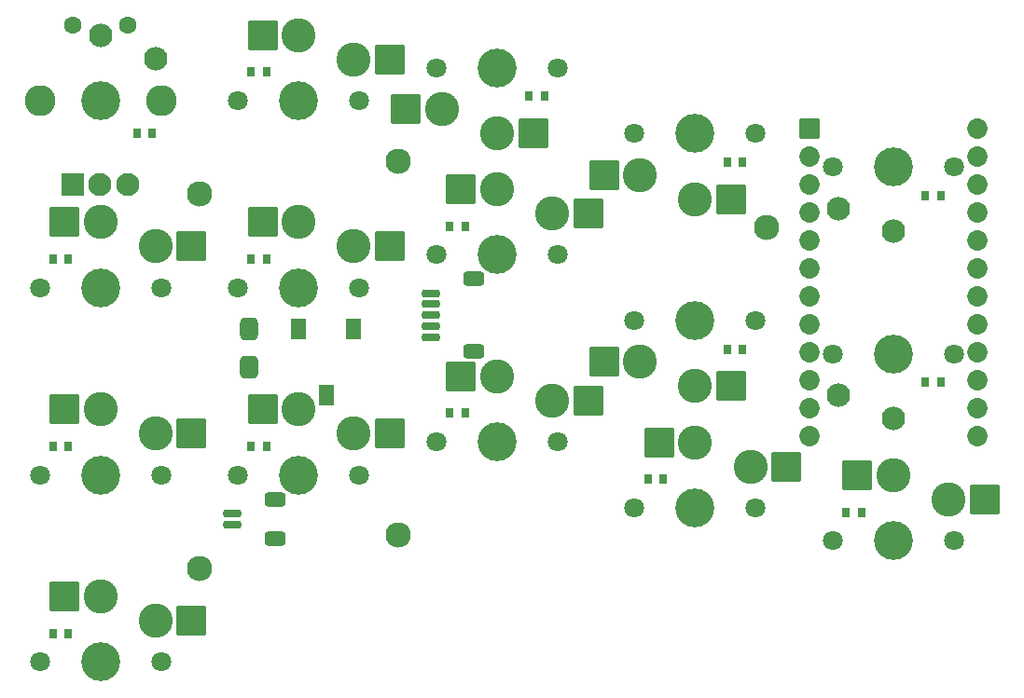
<source format=gbr>
%TF.GenerationSoftware,KiCad,Pcbnew,7.0.6-0*%
%TF.CreationDate,2023-08-01T13:28:47+08:00*%
%TF.ProjectId,left,6c656674-2e6b-4696-9361-645f70636258,v1.0.0*%
%TF.SameCoordinates,Original*%
%TF.FileFunction,Soldermask,Bot*%
%TF.FilePolarity,Negative*%
%FSLAX46Y46*%
G04 Gerber Fmt 4.6, Leading zero omitted, Abs format (unit mm)*
G04 Created by KiCad (PCBNEW 7.0.6-0) date 2023-08-01 13:28:47*
%MOMM*%
%LPD*%
G01*
G04 APERTURE LIST*
G04 Aperture macros list*
%AMRoundRect*
0 Rectangle with rounded corners*
0 $1 Rounding radius*
0 $2 $3 $4 $5 $6 $7 $8 $9 X,Y pos of 4 corners*
0 Add a 4 corners polygon primitive as box body*
4,1,4,$2,$3,$4,$5,$6,$7,$8,$9,$2,$3,0*
0 Add four circle primitives for the rounded corners*
1,1,$1+$1,$2,$3*
1,1,$1+$1,$4,$5*
1,1,$1+$1,$6,$7*
1,1,$1+$1,$8,$9*
0 Add four rect primitives between the rounded corners*
20,1,$1+$1,$2,$3,$4,$5,0*
20,1,$1+$1,$4,$5,$6,$7,0*
20,1,$1+$1,$6,$7,$8,$9,0*
20,1,$1+$1,$8,$9,$2,$3,0*%
G04 Aperture macros list end*
%ADD10C,3.529000*%
%ADD11C,1.801800*%
%ADD12C,2.132000*%
%ADD13RoundRect,0.050000X-0.300000X-0.350000X0.300000X-0.350000X0.300000X0.350000X-0.300000X0.350000X0*%
%ADD14RoundRect,0.050000X1.000000X-1.000000X1.000000X1.000000X-1.000000X1.000000X-1.000000X-1.000000X0*%
%ADD15C,2.100000*%
%ADD16C,1.600000*%
%ADD17C,2.801800*%
%ADD18RoundRect,0.050000X0.300000X0.350000X-0.300000X0.350000X-0.300000X-0.350000X0.300000X-0.350000X0*%
%ADD19RoundRect,0.050000X-0.600000X-0.900000X0.600000X-0.900000X0.600000X0.900000X-0.600000X0.900000X0*%
%ADD20RoundRect,0.431000X0.381000X-0.619000X0.381000X0.619000X-0.381000X0.619000X-0.381000X-0.619000X0*%
%ADD21RoundRect,0.428000X0.378000X-0.622000X0.378000X0.622000X-0.378000X0.622000X-0.378000X-0.622000X0*%
%ADD22RoundRect,0.050000X-0.876300X0.876300X-0.876300X-0.876300X0.876300X-0.876300X0.876300X0.876300X0*%
%ADD23C,1.852600*%
%ADD24RoundRect,0.200000X-0.625000X0.150000X-0.625000X-0.150000X0.625000X-0.150000X0.625000X0.150000X0*%
%ADD25RoundRect,0.300000X-0.650000X0.350000X-0.650000X-0.350000X0.650000X-0.350000X0.650000X0.350000X0*%
%ADD26C,2.300000*%
%ADD27C,3.100000*%
%ADD28RoundRect,0.050000X-1.300000X-1.300000X1.300000X-1.300000X1.300000X1.300000X-1.300000X1.300000X0*%
G04 APERTURE END LIST*
D10*
%TO.C,S1*%
X72000000Y45000000D03*
D11*
X77500000Y45000000D03*
X66500000Y45000000D03*
D12*
X67000000Y41200000D03*
X72000000Y39100000D03*
%TD*%
D13*
%TO.C,D1*%
X74900000Y42400000D03*
X76300000Y42400000D03*
%TD*%
D10*
%TO.C,S2*%
X72000000Y28000000D03*
D11*
X77500000Y28000000D03*
X66500000Y28000000D03*
D12*
X67000000Y24200000D03*
X72000000Y22100000D03*
%TD*%
D13*
%TO.C,D2*%
X74900000Y25400000D03*
X76300000Y25400000D03*
%TD*%
D14*
%TO.C,ROT1*%
X-2540000Y43380000D03*
D15*
X-40000Y43380000D03*
X2460000Y43380000D03*
D16*
X-2540000Y57880000D03*
X2460000Y57880000D03*
D10*
X0Y51000000D03*
D17*
X5500000Y51000000D03*
X-5500000Y51000000D03*
D12*
X5000000Y54800000D03*
X0Y56900000D03*
%TD*%
D18*
%TO.C,D3*%
X4700000Y48000000D03*
X3300000Y48000000D03*
%TD*%
D19*
%TO.C,SS1*%
X18000000Y30250000D03*
X20500000Y24250000D03*
X23000000Y30250000D03*
%TD*%
D20*
%TO.C,SB1*%
X13500000Y26750000D03*
D21*
X13500000Y30250000D03*
%TD*%
D22*
%TO.C,MCU1*%
X64380000Y48470000D03*
D23*
X64380000Y45930000D03*
X64380000Y43390000D03*
X64380000Y40850000D03*
X64380000Y38310000D03*
X64380000Y35770000D03*
X64380000Y33230000D03*
X64380000Y30690000D03*
X64380000Y28150000D03*
X64380000Y25610000D03*
X64380000Y23070000D03*
X64380000Y20530000D03*
X79620000Y48470000D03*
X79620000Y45930000D03*
X79620000Y43390000D03*
X79620000Y40850000D03*
X79620000Y38310000D03*
X79620000Y35770000D03*
X79620000Y33230000D03*
X79620000Y30690000D03*
X79620000Y28150000D03*
X79620000Y25610000D03*
X79620000Y23070000D03*
X79620000Y20530000D03*
%TD*%
D24*
%TO.C,JB1*%
X12000000Y12500000D03*
X12000000Y13500000D03*
D25*
X15875000Y11200000D03*
X15875000Y14800000D03*
%TD*%
D24*
%TO.C,JC1*%
X30000000Y29500000D03*
X30000000Y30500000D03*
X30000000Y31500000D03*
X30000000Y32500000D03*
X30000000Y33500000D03*
D25*
X33875000Y34800000D03*
X33875000Y28200000D03*
%TD*%
D26*
%TO.C,H1*%
X60500000Y39500000D03*
%TD*%
%TO.C,H2*%
X27000000Y45500000D03*
%TD*%
%TO.C,H3*%
X27000000Y11500000D03*
%TD*%
%TO.C,H4*%
X9000000Y42500000D03*
%TD*%
%TO.C,H5*%
X9000000Y8500000D03*
%TD*%
D10*
%TO.C,S3*%
X0Y34000000D03*
D11*
X-5500000Y34000000D03*
X5500000Y34000000D03*
D27*
X5000000Y37750000D03*
X0Y39950000D03*
D28*
X-3275000Y39950000D03*
X8275000Y37750000D03*
%TD*%
D18*
%TO.C,D4*%
X-2900000Y36600000D03*
X-4300000Y36600000D03*
%TD*%
D10*
%TO.C,S4*%
X0Y17000000D03*
D11*
X-5500000Y17000000D03*
X5500000Y17000000D03*
D27*
X5000000Y20750000D03*
X0Y22950000D03*
D28*
X-3275000Y22950000D03*
X8275000Y20750000D03*
%TD*%
D18*
%TO.C,D5*%
X-2900000Y19600000D03*
X-4300000Y19600000D03*
%TD*%
D10*
%TO.C,S5*%
X0Y0D03*
D11*
X-5500000Y0D03*
X5500000Y0D03*
D27*
X5000000Y3750000D03*
X0Y5950000D03*
D28*
X-3275000Y5950000D03*
X8275000Y3750000D03*
%TD*%
D18*
%TO.C,D6*%
X-2900000Y2600000D03*
X-4300000Y2600000D03*
%TD*%
D10*
%TO.C,S6*%
X18000000Y51000000D03*
D11*
X12500000Y51000000D03*
X23500000Y51000000D03*
D27*
X23000000Y54750000D03*
X18000000Y56950000D03*
D28*
X14725000Y56950000D03*
X26275000Y54750000D03*
%TD*%
D18*
%TO.C,D7*%
X15100000Y53600000D03*
X13700000Y53600000D03*
%TD*%
D10*
%TO.C,S7*%
X18000000Y34000000D03*
D11*
X12500000Y34000000D03*
X23500000Y34000000D03*
D27*
X23000000Y37750000D03*
X18000000Y39950000D03*
D28*
X14725000Y39950000D03*
X26275000Y37750000D03*
%TD*%
D18*
%TO.C,D8*%
X15100000Y36600000D03*
X13700000Y36600000D03*
%TD*%
D10*
%TO.C,S8*%
X18000000Y17000000D03*
D11*
X12500000Y17000000D03*
X23500000Y17000000D03*
D27*
X23000000Y20750000D03*
X18000000Y22950000D03*
D28*
X14725000Y22950000D03*
X26275000Y20750000D03*
%TD*%
D18*
%TO.C,D9*%
X15100000Y19600000D03*
X13700000Y19600000D03*
%TD*%
D10*
%TO.C,S9*%
X36000000Y54000000D03*
D11*
X41500000Y54000000D03*
X30500000Y54000000D03*
D27*
X31000000Y50250000D03*
X36000000Y48050000D03*
D28*
X39275000Y48050000D03*
X27725000Y50250000D03*
%TD*%
D13*
%TO.C,D10*%
X38900000Y51400000D03*
X40300000Y51400000D03*
%TD*%
D10*
%TO.C,S10*%
X36000000Y37000000D03*
D11*
X30500000Y37000000D03*
X41500000Y37000000D03*
D27*
X41000000Y40750000D03*
X36000000Y42950000D03*
D28*
X32725000Y42950000D03*
X44275000Y40750000D03*
%TD*%
D18*
%TO.C,D11*%
X33100000Y39600000D03*
X31700000Y39600000D03*
%TD*%
D10*
%TO.C,S11*%
X36000000Y20000000D03*
D11*
X30500000Y20000000D03*
X41500000Y20000000D03*
D27*
X41000000Y23750000D03*
X36000000Y25950000D03*
D28*
X32725000Y25950000D03*
X44275000Y23750000D03*
%TD*%
D18*
%TO.C,D12*%
X33100000Y22600000D03*
X31700000Y22600000D03*
%TD*%
D10*
%TO.C,S12*%
X54000000Y48000000D03*
D11*
X59500000Y48000000D03*
X48500000Y48000000D03*
D27*
X49000000Y44250000D03*
X54000000Y42050000D03*
D28*
X57275000Y42050000D03*
X45725000Y44250000D03*
%TD*%
D13*
%TO.C,D13*%
X56900000Y45400000D03*
X58300000Y45400000D03*
%TD*%
D10*
%TO.C,S13*%
X54000000Y31000000D03*
D11*
X59500000Y31000000D03*
X48500000Y31000000D03*
D27*
X49000000Y27250000D03*
X54000000Y25050000D03*
D28*
X57275000Y25050000D03*
X45725000Y27250000D03*
%TD*%
D13*
%TO.C,D14*%
X56900000Y28400000D03*
X58300000Y28400000D03*
%TD*%
D10*
%TO.C,S14*%
X54000000Y14000000D03*
D11*
X48500000Y14000000D03*
X59500000Y14000000D03*
D27*
X59000000Y17750000D03*
X54000000Y19950000D03*
D28*
X50725000Y19950000D03*
X62275000Y17750000D03*
%TD*%
D18*
%TO.C,D15*%
X51100000Y16600000D03*
X49700000Y16600000D03*
%TD*%
D10*
%TO.C,S15*%
X72000000Y11000000D03*
D11*
X66500000Y11000000D03*
X77500000Y11000000D03*
D27*
X77000000Y14750000D03*
X72000000Y16950000D03*
D28*
X68725000Y16950000D03*
X80275000Y14750000D03*
%TD*%
D18*
%TO.C,D16*%
X69100000Y13600000D03*
X67700000Y13600000D03*
%TD*%
M02*

</source>
